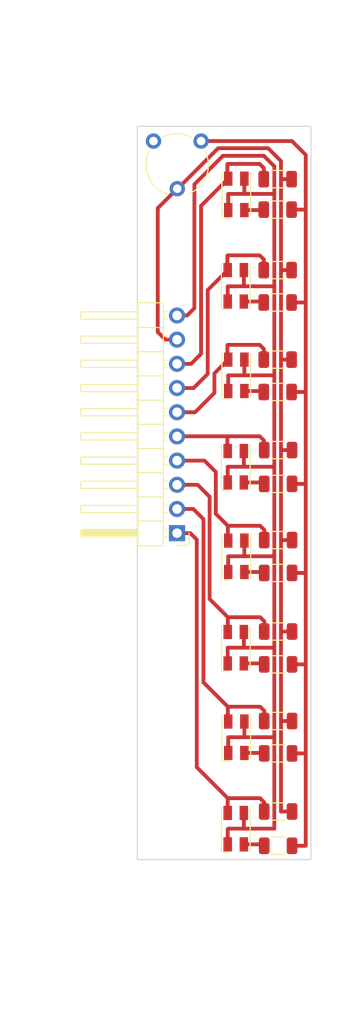
<source format=kicad_pcb>
(kicad_pcb (version 20221018) (generator pcbnew)
  (layers (0 "F.Cu" signal) (31 "B.Cu" signal) (34 "B.Paste" user) (35 "F.Paste" user) (36 "B.SilkS" user "B.Silkscreen") (37 "F.SilkS" user "F.Silkscreen") (38 "B.Mask" user) (39 "F.Mask" user) (44 "Edge.Cuts" user))
  (net 0 "")
  (footprint "Resistor_SMD:R_1206_3216Metric" (layer "F.Cu") (at 138.54 118.62)
    (fp_text reference "1K" hide)
    (fp_text value "R_1206_3216Metric")
    (fp_line (start -0.727064 -0.91) (end 0.727064 -0.91) (stroke (width 0.12)) (layer "F.SilkS"))
    (fp_line (start -0.727064 0.91) (end 0.727064 0.91) (stroke (width 0.12)) (layer "F.SilkS"))
    (pad "1" smd roundrect (at -1.4625 0) (size 1.125 1.75) (layers "F.Cu" "F.Paste" "F.Mask") (roundrect_rratio 0.222222))
    (pad "2" smd roundrect (at 1.4625 0) (size 1.125 1.75) (layers "F.Cu" "F.Paste" "F.Mask") (roundrect_rratio 0.222222))
  )
  (footprint "LED_SMD:LED_RGB_Wuerth-PLCC4_3.2x2.8mm_150141M173100" (layer "F.Cu") (at 134.14 78.92 90)
    (fp_text reference "REF**" hide)
    (fp_text value "LED_RGB_Wuerth-PLCC4_3.2x2.8mm_150141M173100")
    (fp_line (start -2.5 -1.51) (end 2.3 -1.51) (stroke (width 0.12)) (layer "F.SilkS"))
    (fp_line (start -2.5 -0.7) (end -2.5 -1.51) (stroke (width 0.12)) (layer "F.SilkS"))
    (fp_line (start -2.3 1.51) (end 2.3 1.51) (stroke (width 0.12)) (layer "F.SilkS"))
    (pad "1" smd rect (at 1.65 -0.85 90) (size 1.5 0.9) (layers "F.Cu" "F.Paste" "F.Mask"))
    (pad "2" smd rect (at 1.65 0.85 90) (size 1.5 0.9) (layers "F.Cu" "F.Paste" "F.Mask"))
    (pad "3" smd rect (at -1.65 -0.85 90) (size 1.5 0.9) (layers "F.Cu" "F.Paste" "F.Mask"))
    (pad "4" smd rect (at -1.65 0.85 90) (size 1.5 0.9) (layers "F.Cu" "F.Paste" "F.Mask"))
  )
  (footprint "Resistor_SMD:R_1206_3216Metric" (layer "F.Cu") (at 138.54 124.72)
    (fp_text reference "1K" hide)
    (fp_text value "R_1206_3216Metric")
    (fp_line (start -0.727064 -0.91) (end 0.727064 -0.91) (stroke (width 0.12)) (layer "F.SilkS"))
    (fp_line (start -0.727064 0.91) (end 0.727064 0.91) (stroke (width 0.12)) (layer "F.SilkS"))
    (pad "1" smd roundrect (at -1.4625 0) (size 1.125 1.75) (layers "F.Cu" "F.Paste" "F.Mask") (roundrect_rratio 0.222222))
    (pad "2" smd roundrect (at 1.4625 0) (size 1.125 1.75) (layers "F.Cu" "F.Paste" "F.Mask") (roundrect_rratio 0.222222))
  )
  (footprint "LED_SMD:LED_RGB_Wuerth-PLCC4_3.2x2.8mm_150141M173100" (layer "F.Cu") (at 134.09 126.52 90)
    (fp_text reference "REF**" hide)
    (fp_text value "LED_RGB_Wuerth-PLCC4_3.2x2.8mm_150141M173100")
    (fp_line (start -2.5 -1.51) (end 2.3 -1.51) (stroke (width 0.12)) (layer "F.SilkS"))
    (fp_line (start -2.5 -0.7) (end -2.5 -1.51) (stroke (width 0.12)) (layer "F.SilkS"))
    (fp_line (start -2.3 1.51) (end 2.3 1.51) (stroke (width 0.12)) (layer "F.SilkS"))
    (pad "1" smd rect (at 1.65 -0.85 90) (size 1.5 0.9) (layers "F.Cu" "F.Paste" "F.Mask"))
    (pad "2" smd rect (at 1.65 0.85 90) (size 1.5 0.9) (layers "F.Cu" "F.Paste" "F.Mask"))
    (pad "3" smd rect (at -1.65 -0.85 90) (size 1.5 0.9) (layers "F.Cu" "F.Paste" "F.Mask"))
    (pad "4" smd rect (at -1.65 0.85 90) (size 1.5 0.9) (layers "F.Cu" "F.Paste" "F.Mask"))
  )
  (footprint "Resistor_SMD:R_1206_3216Metric" (layer "F.Cu") (at 138.54 128.32)
    (fp_text reference "1K" hide)
    (fp_text value "R_1206_3216Metric")
    (fp_line (start -0.727064 -0.91) (end 0.727064 -0.91) (stroke (width 0.12)) (layer "F.SilkS"))
    (fp_line (start -0.727064 0.91) (end 0.727064 0.91) (stroke (width 0.12)) (layer "F.SilkS"))
    (pad "1" smd roundrect (at -1.4625 0) (size 1.125 1.75) (layers "F.Cu" "F.Paste" "F.Mask") (roundrect_rratio 0.222222))
    (pad "2" smd roundrect (at 1.4625 0) (size 1.125 1.75) (layers "F.Cu" "F.Paste" "F.Mask") (roundrect_rratio 0.222222))
  )
  (footprint "Potentiometer_THT:Potentiometer_Piher_PT-6-V_Vertical" (layer "F.Cu") (at 125.44 54.32 -90)
    (fp_text reference "REF**" hide)
    (fp_text value "Potentiometer_Piher_PT-6-V_Vertical")
    (fp_arc (start -0.413387 -1.014798) (mid -0.770114 -2.499325) (end -0.414 -3.984) (stroke (width 0.12)) (layer "F.SilkS"))
    (fp_arc (start 1.016032 -5.413829) (mid 3.725524 -5.531609) (end 5.592 -3.564) (stroke (width 0.12)) (layer "F.SilkS"))
    (fp_arc (start 2.556863 0.770075) (mid 1.764071 0.686696) (end 1.015 0.414) (stroke (width 0.12)) (layer "F.SilkS"))
    (fp_arc (start 5.591846 -1.435392) (mid 4.398899 0.162158) (end 2.5 0.77) (stroke (width 0.12)) (layer "F.SilkS"))
    (pad "1" thru_hole circle (at 0 0 270) (size 1.62 1.62) (drill 0.9) (layers "*.Cu" "*.Mask"))
    (pad "2" thru_hole circle (at 5 -2.5 270) (size 1.62 1.62) (drill 0.9) (layers "*.Cu" "*.Mask"))
    (pad "3" thru_hole circle (at 0 -5 270) (size 1.62 1.62) (drill 0.9) (layers "*.Cu" "*.Mask"))
  )
  (footprint "Resistor_SMD:R_1206_3216Metric" (layer "F.Cu") (at 138.49 71.27)
    (fp_text reference "1K" hide)
    (fp_text value "R_1206_3216Metric")
    (fp_line (start -0.727064 -0.91) (end 0.727064 -0.91) (stroke (width 0.12)) (layer "F.SilkS"))
    (fp_line (start -0.727064 0.91) (end 0.727064 0.91) (stroke (width 0.12)) (layer "F.SilkS"))
    (pad "1" smd roundrect (at -1.4625 0) (size 1.125 1.75) (layers "F.Cu" "F.Paste" "F.Mask") (roundrect_rratio 0.222222))
    (pad "2" smd roundrect (at 1.4625 0) (size 1.125 1.75) (layers "F.Cu" "F.Paste" "F.Mask") (roundrect_rratio 0.222222))
  )
  (footprint "LED_SMD:LED_RGB_Wuerth-PLCC4_3.2x2.8mm_150141M173100" (layer "F.Cu") (at 134.09 107.52 90)
    (fp_text reference "REF**" hide)
    (fp_text value "LED_RGB_Wuerth-PLCC4_3.2x2.8mm_150141M173100")
    (fp_line (start -2.5 -1.51) (end 2.3 -1.51) (stroke (width 0.12)) (layer "F.SilkS"))
    (fp_line (start -2.5 -0.7) (end -2.5 -1.51) (stroke (width 0.12)) (layer "F.SilkS"))
    (fp_line (start -2.3 1.51) (end 2.3 1.51) (stroke (width 0.12)) (layer "F.SilkS"))
    (pad "1" smd rect (at 1.65 -0.85 90) (size 1.5 0.9) (layers "F.Cu" "F.Paste" "F.Mask"))
    (pad "2" smd rect (at 1.65 0.85 90) (size 1.5 0.9) (layers "F.Cu" "F.Paste" "F.Mask"))
    (pad "3" smd rect (at -1.65 -0.85 90) (size 1.5 0.9) (layers "F.Cu" "F.Paste" "F.Mask"))
    (pad "4" smd rect (at -1.65 0.85 90) (size 1.5 0.9) (layers "F.Cu" "F.Paste" "F.Mask"))
  )
  (footprint "Connector_PinHeader_2.54mm:PinHeader_1x10_P2.54mm_Horizontal" (layer "F.Cu") (at 127.915 95.495 180)
    (fp_text reference "REF**" hide)
    (fp_text value "PinHeader_1x10_P2.54mm_Horizontal")
    (fp_line (start -1.27 -1.27) (end 0 -1.27) (stroke (width 0.12)) (layer "F.SilkS"))
    (fp_line (start -1.27 0) (end -1.27 -1.27) (stroke (width 0.12)) (layer "F.SilkS"))
    (fp_line (start 1.042929 2.16) (end 1.44 2.16) (stroke (width 0.12)) (layer "F.SilkS"))
    (fp_line (start 1.042929 2.92) (end 1.44 2.92) (stroke (width 0.12)) (layer "F.SilkS"))
    (fp_line (start 1.042929 4.7) (end 1.44 4.7) (stroke (width 0.12)) (layer "F.SilkS"))
    (fp_line (start 1.042929 5.46) (end 1.44 5.46) (stroke (width 0.12)) (layer "F.SilkS"))
    (fp_line (start 1.042929 7.24) (end 1.44 7.24) (stroke (width 0.12)) (layer "F.SilkS"))
    (fp_line (start 1.042929 8) (end 1.44 8) (stroke (width 0.12)) (layer "F.SilkS"))
    (fp_line (start 1.042929 9.78) (end 1.44 9.78) (stroke (width 0.12)) (layer "F.SilkS"))
    (fp_line (start 1.042929 10.54) (end 1.44 10.54) (stroke (width 0.12)) (layer "F.SilkS"))
    (fp_line (start 1.042929 12.32) (end 1.44 12.32) (stroke (width 0.12)) (layer "F.SilkS"))
    (fp_line (start 1.042929 13.08) (end 1.44 13.08) (stroke (width 0.12)) (layer "F.SilkS"))
    (fp_line (start 1.042929 14.86) (end 1.44 14.86) (stroke (width 0.12)) (layer "F.SilkS"))
    (fp_line (start 1.042929 15.62) (end 1.44 15.62) (stroke (width 0.12)) (layer "F.SilkS"))
    (fp_line (start 1.042929 17.4) (end 1.44 17.4) (stroke (width 0.12)) (layer "F.SilkS"))
    (fp_line (start 1.042929 18.16) (end 1.44 18.16) (stroke (width 0.12)) (layer "F.SilkS"))
    (fp_line (start 1.042929 19.94) (end 1.44 19.94) (stroke (width 0.12)) (layer "F.SilkS"))
    (fp_line (start 1.042929 20.7) (end 1.44 20.7) (stroke (width 0.12)) (layer "F.SilkS"))
    (fp_line (start 1.042929 22.48) (end 1.44 22.48) (stroke (width 0.12)) (layer "F.SilkS"))
    (fp_line (start 1.042929 23.24) (end 1.44 23.24) (stroke (width 0.12)) (layer "F.SilkS"))
    (fp_line (start 1.11 -0.38) (end 1.44 -0.38) (stroke (width 0.12)) (layer "F.SilkS"))
    (fp_line (start 1.11 0.38) (end 1.44 0.38) (stroke (width 0.12)) (layer "F.SilkS"))
    (fp_line (start 1.44 -1.33) (end 1.44 24.19) (stroke (width 0.12)) (layer "F.SilkS"))
    (fp_line (start 1.44 1.27) (end 4.1 1.27) (stroke (width 0.12)) (layer "F.SilkS"))
    (fp_line (start 1.44 3.81) (end 4.1 3.81) (stroke (width 0.12)) (layer "F.SilkS"))
    (fp_line (start 1.44 6.35) (end 4.1 6.35) (stroke (width 0.12)) (layer "F.SilkS"))
    (fp_line (start 1.44 8.89) (end 4.1 8.89) (stroke (width 0.12)) (layer "F.SilkS"))
    (fp_line (start 1.44 11.43) (end 4.1 11.43) (stroke (width 0.12)) (layer "F.SilkS"))
    (fp_line (start 1.44 13.97) (end 4.1 13.97) (stroke (width 0.12)) (layer "F.SilkS"))
    (fp_line (start 1.44 16.51) (end 4.1 16.51) (stroke (width 0.12)) (layer "F.SilkS"))
    (fp_line (start 1.44 19.05) (end 4.1 19.05) (stroke (width 0.12)) (layer "F.SilkS"))
    (fp_line (start 1.44 21.59) (end 4.1 21.59) (stroke (width 0.12)) (layer "F.SilkS"))
    (fp_line (start 1.44 24.19) (end 4.1 24.19) (stroke (width 0.12)) (layer "F.SilkS"))
    (fp_line (start 4.1 -1.33) (end 1.44 -1.33) (stroke (width 0.12)) (layer "F.SilkS"))
    (fp_line (start 4.1 -0.38) (end 10.1 -0.38) (stroke (width 0.12)) (layer "F.SilkS"))
    (fp_line (start 4.1 -0.32) (end 10.1 -0.32) (stroke (width 0.12)) (layer "F.SilkS"))
    (fp_line (start 4.1 -0.2) (end 10.1 -0.2) (stroke (width 0.12)) (layer "F.SilkS"))
    (fp_line (start 4.1 -0.08) (end 10.1 -0.08) (stroke (width 0.12)) (layer "F.SilkS"))
    (fp_line (start 4.1 0.04) (end 10.1 0.04) (stroke (width 0.12)) (layer "F.SilkS"))
    (fp_line (start 4.1 0.16) (end 10.1 0.16) (stroke (width 0.12)) (layer "F.SilkS"))
    (fp_line (start 4.1 0.28) (end 10.1 0.28) (stroke (width 0.12)) (layer "F.SilkS"))
    (fp_line (start 4.1 2.16) (end 10.1 2.16) (stroke (width 0.12)) (layer "F.SilkS"))
    (fp_line (start 4.1 4.7) (end 10.1 4.7) (stroke (width 0.12)) (layer "F.SilkS"))
    (fp_line (start 4.1 7.24) (end 10.1 7.24) (stroke (width 0.12)) (layer "F.SilkS"))
    (fp_line (start 4.1 9.78) (end 10.1 9.78) (stroke (width 0.12)) (layer "F.SilkS"))
    (fp_line (start 4.1 12.32) (end 10.1 12.32) (stroke (width 0.12)) (layer "F.SilkS"))
    (fp_line (start 4.1 14.86) (end 10.1 14.86) (stroke (width 0.12)) (layer "F.SilkS"))
    (fp_line (start 4.1 17.4) (end 10.1 17.4) (stroke (width 0.12)) (layer "F.SilkS"))
    (fp_line (start 4.1 19.94) (end 10.1 19.94) (stroke (width 0.12)) (layer "F.SilkS"))
    (fp_line (start 4.1 22.48) (end 10.1 22.48) (stroke (width 0.12)) (layer "F.SilkS"))
    (fp_line (start 4.1 24.19) (end 4.1 -1.33) (stroke (width 0.12)) (layer "F.SilkS"))
    (fp_line (start 10.1 -0.38) (end 10.1 0.38) (stroke (width 0.12)) (layer "F.SilkS"))
    (fp_line (start 10.1 0.38) (end 4.1 0.38) (stroke (width 0.12)) (layer "F.SilkS"))
    (fp_line (start 10.1 2.16) (end 10.1 2.92) (stroke (width 0.12)) (layer "F.SilkS"))
    (fp_line (start 10.1 2.92) (end 4.1 2.92) (stroke (width 0.12)) (layer "F.SilkS"))
    (fp_line (start 10.1 4.7) (end 10.1 5.46) (stroke (width 0.12)) (layer "F.SilkS"))
    (fp_line (start 10.1 5.46) (end 4.1 5.46) (stroke (width 0.12)) (layer "F.SilkS"))
    (fp_line (start 10.1 7.24) (end 10.1 8) (stroke (width 0.12)) (layer "F.SilkS"))
    (fp_line (start 10.1 8) (end 4.1 8) (stroke (width 0.12)) (layer "F.SilkS"))
    (fp_line (start 10.1 9.78) (end 10.1 10.54) (stroke (width 0.12)) (layer "F.SilkS"))
    (fp_line (start 10.1 10.54) (end 4.1 10.54) (stroke (width 0.12)) (layer "F.SilkS"))
    (fp_line (start 10.1 12.32) (end 10.1 13.08) (stroke (width 0.12)) (layer "F.SilkS"))
    (fp_line (start 10.1 13.08) (end 4.1 13.08) (stroke (width 0.12)) (layer "F.SilkS"))
    (fp_line (start 10.1 14.86) (end 10.1 15.62) (stroke (width 0.12)) (layer "F.SilkS"))
    (fp_line (start 10.1 15.62) (end 4.1 15.62) (stroke (width 0.12)) (layer "F.SilkS"))
    (fp_line (start 10.1 17.4) (end 10.1 18.16) (stroke (width 0.12)) (layer "F.SilkS"))
    (fp_line (start 10.1 18.16) (end 4.1 18.16) (stroke (width 0.12)) (layer "F.SilkS"))
    (fp_line (start 10.1 19.94) (end 10.1 20.7) (stroke (width 0.12)) (layer "F.SilkS"))
    (fp_line (start 10.1 20.7) (end 4.1 20.7) (stroke (width 0.12)) (layer "F.SilkS"))
    (fp_line (start 10.1 22.48) (end 10.1 23.24) (stroke (width 0.12)) (layer "F.SilkS"))
    (fp_line (start 10.1 23.24) (end 4.1 23.24) (stroke (width 0.12)) (layer "F.SilkS"))
    (pad "1" thru_hole rect (at 0 0 180) (size 1.7 1.7) (drill 1) (layers "*.Cu" "*.Mask"))
    (pad "2" thru_hole oval (at 0 2.54 180) (size 1.7 1.7) (drill 1) (layers "*.Cu" "*.Mask"))
    (pad "3" thru_hole oval (at 0 5.08 180) (size 1.7 1.7) (drill 1) (layers "*.Cu" "*.Mask"))
    (pad "4" thru_hole oval (at 0 7.62 180) (size 1.7 1.7) (drill 1) (layers "*.Cu" "*.Mask"))
    (pad "5" thru_hole oval (at 0 10.16 180) (size 1.7 1.7) (drill 1) (layers "*.Cu" "*.Mask"))
    (pad "6" thru_hole oval (at 0 12.7 180) (size 1.7 1.7) (drill 1) (layers "*.Cu" "*.Mask"))
    (pad "7" thru_hole oval (at 0 15.24 180) (size 1.7 1.7) (drill 1) (layers "*.Cu" "*.Mask"))
    (pad "8" thru_hole oval (at 0 17.78 180) (size 1.7 1.7) (drill 1) (layers "*.Cu" "*.Mask"))
    (pad "9" thru_hole oval (at 0 20.32 180) (size 1.7 1.7) (drill 1) (layers "*.Cu" "*.Mask"))
    (pad "10" thru_hole oval (at 0 22.86 180) (size 1.7 1.7) (drill 1) (layers "*.Cu" "*.Mask"))
  )
  (footprint "Resistor_SMD:R_1206_3216Metric" (layer "F.Cu") (at 138.54 86.77)
    (fp_text reference "1K" hide)
    (fp_text value "R_1206_3216Metric")
    (fp_line (start -0.727064 -0.91) (end 0.727064 -0.91) (stroke (width 0.12)) (layer "F.SilkS"))
    (fp_line (start -0.727064 0.91) (end 0.727064 0.91) (stroke (width 0.12)) (layer "F.SilkS"))
    (pad "1" smd roundrect (at -1.4625 0) (size 1.125 1.75) (layers "F.Cu" "F.Paste" "F.Mask") (roundrect_rratio 0.222222))
    (pad "2" smd roundrect (at 1.4625 0) (size 1.125 1.75) (layers "F.Cu" "F.Paste" "F.Mask") (roundrect_rratio 0.222222))
  )
  (footprint "Resistor_SMD:R_1206_3216Metric" (layer "F.Cu") (at 138.49 61.52)
    (fp_text reference "1K" hide)
    (fp_text value "R_1206_3216Metric")
    (fp_line (start -0.727064 -0.91) (end 0.727064 -0.91) (stroke (width 0.12)) (layer "F.SilkS"))
    (fp_line (start -0.727064 0.91) (end 0.727064 0.91) (stroke (width 0.12)) (layer "F.SilkS"))
    (pad "1" smd roundrect (at -1.4625 0) (size 1.125 1.75) (layers "F.Cu" "F.Paste" "F.Mask") (roundrect_rratio 0.222222))
    (pad "2" smd roundrect (at 1.4625 0) (size 1.125 1.75) (layers "F.Cu" "F.Paste" "F.Mask") (roundrect_rratio 0.222222))
  )
  (footprint "Resistor_SMD:R_1206_3216Metric" (layer "F.Cu") (at 138.49 58.32)
    (fp_text reference "1K" hide)
    (fp_text value "R_1206_3216Metric")
    (fp_line (start -0.727064 -0.91) (end 0.727064 -0.91) (stroke (width 0.12)) (layer "F.SilkS"))
    (fp_line (start -0.727064 0.91) (end 0.727064 0.91) (stroke (width 0.12)) (layer "F.SilkS"))
    (pad "1" smd roundrect (at -1.4625 0) (size 1.125 1.75) (layers "F.Cu" "F.Paste" "F.Mask") (roundrect_rratio 0.222222))
    (pad "2" smd roundrect (at 1.4625 0) (size 1.125 1.75) (layers "F.Cu" "F.Paste" "F.Mask") (roundrect_rratio 0.222222))
  )
  (footprint "LED_SMD:LED_RGB_Wuerth-PLCC4_3.2x2.8mm_150141M173100" (layer "F.Cu") (at 134.14 59.92 90)
    (fp_text reference "REF**" hide)
    (fp_text value "LED_RGB_Wuerth-PLCC4_3.2x2.8mm_150141M173100")
    (fp_line (start -2.5 -1.51) (end 2.3 -1.51) (stroke (width 0.12)) (layer "F.SilkS"))
    (fp_line (start -2.5 -0.7) (end -2.5 -1.51) (stroke (width 0.12)) (layer "F.SilkS"))
    (fp_line (start -2.3 1.51) (end 2.3 1.51) (stroke (width 0.12)) (layer "F.SilkS"))
    (pad "1" smd rect (at 1.65 -0.85 90) (size 1.5 0.9) (layers "F.Cu" "F.Paste" "F.Mask"))
    (pad "2" smd rect (at 1.65 0.85 90) (size 1.5 0.9) (layers "F.Cu" "F.Paste" "F.Mask"))
    (pad "3" smd rect (at -1.65 -0.85 90) (size 1.5 0.9) (layers "F.Cu" "F.Paste" "F.Mask"))
    (pad "4" smd rect (at -1.65 0.85 90) (size 1.5 0.9) (layers "F.Cu" "F.Paste" "F.Mask"))
  )
  (footprint "LED_SMD:LED_RGB_Wuerth-PLCC4_3.2x2.8mm_150141M173100" (layer "F.Cu") (at 134.14 116.92 90)
    (fp_text reference "REF**" hide)
    (fp_text value "LED_RGB_Wuerth-PLCC4_3.2x2.8mm_150141M173100")
    (fp_line (start -2.5 -1.51) (end 2.3 -1.51) (stroke (width 0.12)) (layer "F.SilkS"))
    (fp_line (start -2.5 -0.7) (end -2.5 -1.51) (stroke (width 0.12)) (layer "F.SilkS"))
    (fp_line (start -2.3 1.51) (end 2.3 1.51) (stroke (width 0.12)) (layer "F.SilkS"))
    (pad "1" smd rect (at 1.65 -0.85 90) (size 1.5 0.9) (layers "F.Cu" "F.Paste" "F.Mask"))
    (pad "2" smd rect (at 1.65 0.85 90) (size 1.5 0.9) (layers "F.Cu" "F.Paste" "F.Mask"))
    (pad "3" smd rect (at -1.65 -0.85 90) (size 1.5 0.9) (layers "F.Cu" "F.Paste" "F.Mask"))
    (pad "4" smd rect (at -1.65 0.85 90) (size 1.5 0.9) (layers "F.Cu" "F.Paste" "F.Mask"))
  )
  (footprint "Resistor_SMD:R_1206_3216Metric" (layer "F.Cu") (at 138.54 96.22)
    (fp_text reference "1K" hide)
    (fp_text value "R_1206_3216Metric")
    (fp_line (start -0.727064 -0.91) (end 0.727064 -0.91) (stroke (width 0.12)) (layer "F.SilkS"))
    (fp_line (start -0.727064 0.91) (end 0.727064 0.91) (stroke (width 0.12)) (layer "F.SilkS"))
    (pad "1" smd roundrect (at -1.4625 0) (size 1.125 1.75) (layers "F.Cu" "F.Paste" "F.Mask") (roundrect_rratio 0.222222))
    (pad "2" smd roundrect (at 1.4625 0) (size 1.125 1.75) (layers "F.Cu" "F.Paste" "F.Mask") (roundrect_rratio 0.222222))
  )
  (footprint "Resistor_SMD:R_1206_3216Metric" (layer "F.Cu") (at 138.49 77.27)
    (fp_text reference "1K" hide)
    (fp_text value "R_1206_3216Metric")
    (fp_line (start -0.727064 -0.91) (end 0.727064 -0.91) (stroke (width 0.12)) (layer "F.SilkS"))
    (fp_line (start -0.727064 0.91) (end 0.727064 0.91) (stroke (width 0.12)) (layer "F.SilkS"))
    (pad "1" smd roundrect (at -1.4625 0) (size 1.125 1.75) (layers "F.Cu" "F.Paste" "F.Mask") (roundrect_rratio 0.222222))
    (pad "2" smd roundrect (at 1.4625 0) (size 1.125 1.75) (layers "F.Cu" "F.Paste" "F.Mask") (roundrect_rratio 0.222222))
  )
  (footprint "Resistor_SMD:R_1206_3216Metric" (layer "F.Cu") (at 138.54 105.82)
    (fp_text reference "1K" hide)
    (fp_text value "R_1206_3216Metric")
    (fp_line (start -0.727064 -0.91) (end 0.727064 -0.91) (stroke (width 0.12)) (layer "F.SilkS"))
    (fp_line (start -0.727064 0.91) (end 0.727064 0.91) (stroke (width 0.12)) (layer "F.SilkS"))
    (pad "1" smd roundrect (at -1.4625 0) (size 1.125 1.75) (layers "F.Cu" "F.Paste" "F.Mask") (roundrect_rratio 0.222222))
    (pad "2" smd roundrect (at 1.4625 0) (size 1.125 1.75) (layers "F.Cu" "F.Paste" "F.Mask") (roundrect_rratio 0.222222))
  )
  (footprint "Resistor_SMD:R_1206_3216Metric" (layer "F.Cu") (at 138.54 109.27)
    (fp_text reference "1K" hide)
    (fp_text value "R_1206_3216Metric")
    (fp_line (start -0.727064 -0.91) (end 0.727064 -0.91) (stroke (width 0.12)) (layer "F.SilkS"))
    (fp_line (start -0.727064 0.91) (end 0.727064 0.91) (stroke (width 0.12)) (layer "F.SilkS"))
    (pad "1" smd roundrect (at -1.4625 0) (size 1.125 1.75) (layers "F.Cu" "F.Paste" "F.Mask") (roundrect_rratio 0.222222))
    (pad "2" smd roundrect (at 1.4625 0) (size 1.125 1.75) (layers "F.Cu" "F.Paste" "F.Mask") (roundrect_rratio 0.222222))
  )
  (footprint "LED_SMD:LED_RGB_Wuerth-PLCC4_3.2x2.8mm_150141M173100" (layer "F.Cu") (at 134.14 97.92 90)
    (fp_text reference "REF**" hide)
    (fp_text value "LED_RGB_Wuerth-PLCC4_3.2x2.8mm_150141M173100")
    (fp_line (start -2.5 -1.51) (end 2.3 -1.51) (stroke (width 0.12)) (layer "F.SilkS"))
    (fp_line (start -2.5 -0.7) (end -2.5 -1.51) (stroke (width 0.12)) (layer "F.SilkS"))
    (fp_line (start -2.3 1.51) (end 2.3 1.51) (stroke (width 0.12)) (layer "F.SilkS"))
    (pad "1" smd rect (at 1.65 -0.85 90) (size 1.5 0.9) (layers "F.Cu" "F.Paste" "F.Mask"))
    (pad "2" smd rect (at 1.65 0.85 90) (size 1.5 0.9) (layers "F.Cu" "F.Paste" "F.Mask"))
    (pad "3" smd rect (at -1.65 -0.85 90) (size 1.5 0.9) (layers "F.Cu" "F.Paste" "F.Mask"))
    (pad "4" smd rect (at -1.65 0.85 90) (size 1.5 0.9) (layers "F.Cu" "F.Paste" "F.Mask"))
  )
  (footprint "LED_SMD:LED_RGB_Wuerth-PLCC4_3.2x2.8mm_150141M173100" (layer "F.Cu") (at 134.09 88.52 90)
    (fp_text reference "REF**" hide)
    (fp_text value "LED_RGB_Wuerth-PLCC4_3.2x2.8mm_150141M173100")
    (fp_line (start -2.5 -1.51) (end 2.3 -1.51) (stroke (width 0.12)) (layer "F.SilkS"))
    (fp_line (start -2.5 -0.7) (end -2.5 -1.51) (stroke (width 0.12)) (layer "F.SilkS"))
    (fp_line (start -2.3 1.51) (end 2.3 1.51) (stroke (width 0.12)) (layer "F.SilkS"))
    (pad "1" smd rect (at 1.65 -0.85 90) (size 1.5 0.9) (layers "F.Cu" "F.Paste" "F.Mask"))
    (pad "2" smd rect (at 1.65 0.85 90) (size 1.5 0.9) (layers "F.Cu" "F.Paste" "F.Mask"))
    (pad "3" smd rect (at -1.65 -0.85 90) (size 1.5 0.9) (layers "F.Cu" "F.Paste" "F.Mask"))
    (pad "4" smd rect (at -1.65 0.85 90) (size 1.5 0.9) (layers "F.Cu" "F.Paste" "F.Mask"))
  )
  (footprint "Resistor_SMD:R_1206_3216Metric" (layer "F.Cu") (at 138.54 90.32)
    (fp_text reference "1K" hide)
    (fp_text value "R_1206_3216Metric")
    (fp_line (start -0.727064 -0.91) (end 0.727064 -0.91) (stroke (width 0.12)) (layer "F.SilkS"))
    (fp_line (start -0.727064 0.91) (end 0.727064 0.91) (stroke (width 0.12)) (layer "F.SilkS"))
    (pad "1" smd roundrect (at -1.4625 0) (size 1.125 1.75) (layers "F.Cu" "F.Paste" "F.Mask") (roundrect_rratio 0.222222))
    (pad "2" smd roundrect (at 1.4625 0) (size 1.125 1.75) (layers "F.Cu" "F.Paste" "F.Mask") (roundrect_rratio 0.222222))
  )
  (footprint "Resistor_SMD:R_1206_3216Metric" (layer "F.Cu") (at 138.49 67.87)
    (fp_text reference "1K" hide)
    (fp_text value "R_1206_3216Metric")
    (fp_line (start -0.727064 -0.91) (end 0.727064 -0.91) (stroke (width 0.12)) (layer "F.SilkS"))
    (fp_line (start -0.727064 0.91) (end 0.727064 0.91) (stroke (width 0.12)) (layer "F.SilkS"))
    (pad "1" smd roundrect (at -1.4625 0) (size 1.125 1.75) (layers "F.Cu" "F.Paste" "F.Mask") (roundrect_rratio 0.222222))
    (pad "2" smd roundrect (at 1.4625 0) (size 1.125 1.75) (layers "F.Cu" "F.Paste" "F.Mask") (roundrect_rratio 0.222222))
  )
  (footprint "Resistor_SMD:R_1206_3216Metric" (layer "F.Cu") (at 138.54 99.67)
    (fp_text reference "1K" hide)
    (fp_text value "R_1206_3216Metric")
    (fp_line (start -0.727064 -0.91) (end 0.727064 -0.91) (stroke (width 0.12)) (layer "F.SilkS"))
    (fp_line (start -0.727064 0.91) (end 0.727064 0.91) (stroke (width 0.12)) (layer "F.SilkS"))
    (pad "1" smd roundrect (at -1.4625 0) (size 1.125 1.75) (layers "F.Cu" "F.Paste" "F.Mask") (roundrect_rratio 0.222222))
    (pad "2" smd roundrect (at 1.4625 0) (size 1.125 1.75) (layers "F.Cu" "F.Paste" "F.Mask") (roundrect_rratio 0.222222))
  )
  (footprint "LED_SMD:LED_RGB_Wuerth-PLCC4_3.2x2.8mm_150141M173100" (layer "F.Cu") (at 134.09 69.52 90)
    (fp_text reference "REF**" hide)
    (fp_text value "LED_RGB_Wuerth-PLCC4_3.2x2.8mm_150141M173100")
    (fp_line (start -2.5 -1.51) (end 2.3 -1.51) (stroke (width 0.12)) (layer "F.SilkS"))
    (fp_line (start -2.5 -0.7) (end -2.5 -1.51) (stroke (width 0.12)) (layer "F.SilkS"))
    (fp_line (start -2.3 1.51) (end 2.3 1.51) (stroke (width 0.12)) (layer "F.SilkS"))
    (pad "1" smd rect (at 1.65 -0.85 90) (size 1.5 0.9) (layers "F.Cu" "F.Paste" "F.Mask"))
    (pad "2" smd rect (at 1.65 0.85 90) (size 1.5 0.9) (layers "F.Cu" "F.Paste" "F.Mask"))
    (pad "3" smd rect (at -1.65 -0.85 90) (size 1.5 0.9) (layers "F.Cu" "F.Paste" "F.Mask"))
    (pad "4" smd rect (at -1.65 0.85 90) (size 1.5 0.9) (layers "F.Cu" "F.Paste" "F.Mask"))
  )
  (footprint "Resistor_SMD:R_1206_3216Metric" (layer "F.Cu") (at 138.54 115.22)
    (fp_text reference "1K" hide)
    (fp_text value "R_1206_3216Metric")
    (fp_line (start -0.727064 -0.91) (end 0.727064 -0.91) (stroke (width 0.12)) (layer "F.SilkS"))
    (fp_line (start -0.727064 0.91) (end 0.727064 0.91) (stroke (width 0.12)) (layer "F.SilkS"))
    (pad "1" smd roundrect (at -1.4625 0) (size 1.125 1.75) (layers "F.Cu" "F.Paste" "F.Mask") (roundrect_rratio 0.222222))
    (pad "2" smd roundrect (at 1.4625 0) (size 1.125 1.75) (layers "F.Cu" "F.Paste" "F.Mask") (roundrect_rratio 0.222222))
  )
  (footprint "Resistor_SMD:R_1206_3216Metric" (layer "F.Cu") (at 138.49 80.67)
    (fp_text reference "1K" hide)
    (fp_text value "R_1206_3216Metric")
    (fp_line (start -0.727064 -0.91) (end 0.727064 -0.91) (stroke (width 0.12)) (layer "F.SilkS"))
    (fp_line (start -0.727064 0.91) (end 0.727064 0.91) (stroke (width 0.12)) (layer "F.SilkS"))
    (pad "1" smd roundrect (at -1.4625 0) (size 1.125 1.75) (layers "F.Cu" "F.Paste" "F.Mask") (roundrect_rratio 0.222222))
    (pad "2" smd roundrect (at 1.4625 0) (size 1.125 1.75) (layers "F.Cu" "F.Paste" "F.Mask") (roundrect_rratio 0.222222))
  )
  (gr_rect (start 123.74 52.77) (end 141.99 129.77) (stroke (width 0.1)) (fill none) (layer "Edge.Cuts"))
  (segment (start 133.2025 75.7575) (end 133.2025 77.27) (width 0.4) (layer "F.Cu") (net 0))
  (segment (start 133.24 66.32) (end 133.2025 66.3575) (width 0.4) (layer "F.Cu") (net 0))
  (segment (start 133.2025 56.7575) (end 133.2025 58.27) (width 0.4) (layer "F.Cu") (net 0))
  (segment (start 133.24 123.32) (end 129.99 120.07) (width 0.4) (layer "F.Cu") (net 0))
  (segment (start 135.04 97.92) (end 133.29 97.92) (width 0.4) (layer "F.Cu") (net 0))
  (segment (start 129.315 95.495) (end 127.915 95.495) (width 0.4) (layer "F.Cu") (net 0))
  (segment (start 138.84 96.22) (end 138.84 86.77) (width 0.4) (layer "F.Cu") (net 0))
  (segment (start 133.24 88.52) (end 133.24 90.17) (width 0.4) (layer "F.Cu") (net 0))
  (segment (start 131.14 69.97) (end 131.14 78.77) (width 0.4) (layer "F.Cu") (net 0))
  (segment (start 137.04 58.47) (end 137.04 57.1575) (width 0.4) (layer "F.Cu") (net 0))
  (segment (start 138.14 59.87) (end 135.34 59.87) (width 0.4) (layer "F.Cu") (net 0))
  (segment (start 137.09 95.1575) (end 136.6525 94.72) (width 0.4) (layer "F.Cu") (net 0))
  (segment (start 133.24 126.57) (end 133.24 128.17) (width 0.4) (layer "F.Cu") (net 0))
  (segment (start 127.99 59.32) (end 127.94 59.32) (width 0.4) (layer "F.Cu") (net 0))
  (segment (start 140.0025 118.62) (end 141.39 118.62) (width 0.4) (layer "F.Cu") (net 0))
  (segment (start 140.0025 90.32) (end 141.34 90.32) (width 0.4) (layer "F.Cu") (net 0))
  (segment (start 129.625 92.955) (end 127.915 92.955) (width 0.4) (layer "F.Cu") (net 0))
  (segment (start 134.94 105.87) (end 134.94 107.47) (width 0.4) (layer "F.Cu") (net 0))
  (segment (start 133.2525 104.32) (end 131.34 102.4075) (width 0.4) (layer "F.Cu") (net 0))
  (segment (start 141.39 99.67) (end 141.44 99.72) (width 0.4) (layer "F.Cu") (net 0))
  (segment (start 133.29 77.27) (end 131.84 78.72) (width 0.4) (layer "F.Cu") (net 0))
  (segment (start 128.975 72.635) (end 127.915 72.635) (width 0.4) (layer "F.Cu") (net 0))
  (segment (start 136.9275 71.17) (end 134.9025 71.17) (width 0.4) (layer "F.Cu") (net 0))
  (segment (start 137.04 76.1575) (end 136.6025 75.72) (width 0.4) (layer "F.Cu") (net 0))
  (segment (start 140.0025 115.22) (end 138.84 115.22) (width 0.4) (layer "F.Cu") (net 0))
  (segment (start 127.915 75.175) (end 126.695 75.175) (width 0.4) (layer "F.Cu") (net 0))
  (segment (start 138.14 107.52) (end 138.14 97.87) (width 0.4) (layer "F.Cu") (net 0))
  (segment (start 133.24 69.57) (end 134.94 69.57) (width 0.4) (layer "F.Cu") (net 0))
  (segment (start 134.94 107.47) (end 134.99 107.52) (width 0.4) (layer "F.Cu") (net 0))
  (segment (start 129.74 58.87) (end 129.74 71.87) (width 0.4) (layer "F.Cu") (net 0))
  (segment (start 138.84 58.32) (end 139.9525 58.32) (width 0.4) (layer "F.Cu") (net 0))
  (segment (start 136.84 109.17) (end 134.9525 109.17) (width 0.4) (layer "F.Cu") (net 0))
  (segment (start 141.44 80.67) (end 141.44 90.42) (width 0.4) (layer "F.Cu") (net 0))
  (segment (start 134.99 116.92) (end 138.14 116.92) (width 0.4) (layer "F.Cu") (net 0))
  (segment (start 134.94 67.87) (end 134.94 69.57) (width 0.4) (layer "F.Cu") (net 0))
  (segment (start 137.04 89.92) (end 136.79 90.17) (width 0.4) (layer "F.Cu") (net 0))
  (segment (start 133.29 59.87) (end 133.29 61.57) (width 0.4) (layer "F.Cu") (net 0))
  (segment (start 140.0025 96.22) (end 138.84 96.22) (width 0.4) (layer "F.Cu") (net 0))
  (segment (start 137.09 99.32) (end 136.84 99.57) (width 0.4) (layer "F.Cu") (net 0))
  (segment (start 138.84 77.27) (end 138.84 67.87) (width 0.4) (layer "F.Cu") (net 0))
  (segment (start 137.09 118.32) (end 136.84 118.57) (width 0.4) (layer "F.Cu") (net 0))
  (segment (start 140.0025 109.27) (end 141.44 109.27) (width 0.4) (layer "F.Cu") (net 0))
  (segment (start 137.04 66.7575) (end 136.6025 66.32) (width 0.4) (layer "F.Cu") (net 0))
  (segment (start 134.99 59.87) (end 134.99 59.02) (width 0.4) (layer "F.Cu") (net 0))
  (segment (start 139.9525 80.67) (end 141.44 80.67) (width 0.4) (layer "F.Cu") (net 0))
  (segment (start 137.0775 128.32) (end 136.9275 128.17) (width 0.4) (layer "F.Cu") (net 0))
  (segment (start 138.09 97.92) (end 138.14 97.87) (width 0.4) (layer "F.Cu") (net 0))
  (segment (start 138.84 58.32) (end 138.84 56.42) (width 0.4) (layer "F.Cu") (net 0))
  (segment (start 129.74 71.87) (end 128.975 72.635) (width 0.4) (layer "F.Cu") (net 0))
  (segment (start 138.89 105.82) (end 138.84 105.77) (width 0.4) (layer "F.Cu") (net 0))
  (segment (start 127.93 85.32) (end 127.915 85.335) (width 0.4) (layer "F.Cu") (net 0))
  (segment (start 136.79 90.17) (end 134.9025 90.17) (width 0.4) (layer "F.Cu") (net 0))
  (segment (start 138.14 88.47) (end 138.14 78.82) (width 0.4) (layer "F.Cu") (net 0))
  (segment (start 141.44 55.77) (end 139.99 54.32) (width 0.4) (layer "F.Cu") (net 0))
  (segment (start 133.24 71.17) (end 133.24 69.57) (width 0.4) (layer "F.Cu") (net 0))
  (segment (start 129.99 96.17) (end 129.315 95.495) (width 0.4) (layer "F.Cu") (net 0))
  (segment (start 141.39 71.27) (end 141.44 71.32) (width 0.4) (layer "F.Cu") (net 0))
  (segment (start 141.44 90.42) (end 141.44 99.72) (width 0.4) (layer "F.Cu") (net 0))
  (segment (start 131.84 80.77) (end 129.815 82.795) (width 0.4) (layer "F.Cu") (net 0))
  (segment (start 141.39 118.62) (end 141.44 118.57) (width 0.4) (layer "F.Cu") (net 0))
  (segment (start 137.04 57.1575) (end 136.6025 56.72) (width 0.4) (layer "F.Cu") (net 0))
  (segment (start 138.14 126.52) (end 138.14 116.92) (width 0.4) (layer "F.Cu") (net 0))
  (segment (start 136.6525 113.72) (end 133.2525 113.72) (width 0.4) (layer "F.Cu") (net 0))
  (segment (start 138.84 124.72) (end 138.84 115.22) (width 0.4) (layer "F.Cu") (net 0))
  (segment (start 139.99 54.32) (end 130.44 54.32) (width 0.4) (layer "F.Cu") (net 0))
  (segment (start 130.69 111.1575) (end 130.69 94.02) (width 0.4) (layer "F.Cu") (net 0))
  (segment (start 136.6025 85.32) (end 133.24 85.32) (width 0.4) (layer "F.Cu") (net 0))
  (segment (start 135.34 59.87) (end 134.99 59.87) (width 0.4) (layer "F.Cu") (net 0))
  (segment (start 134.99 116.92) (end 133.29 116.92) (width 0.4) (layer "F.Cu") (net 0))
  (segment (start 138.14 78.82) (end 138.14 69.57) (width 0.4) (layer "F.Cu") (net 0))
  (segment (start 133.29 126.52) (end 133.24 126.57) (width 0.4) (layer "F.Cu") (net 0))
  (segment (start 141.44 61.52) (end 141.44 71.32) (width 0.4) (layer "F.Cu") (net 0))
  (segment (start 140.0025 99.67) (end 141.39 99.67) (width 0.4) (layer "F.Cu") (net 0))
  (segment (start 130.44 61.12) (end 130.44 76.67) (width 0.4) (layer "F.Cu") (net 0))
  (segment (start 129.395 77.715) (end 127.915 77.715) (width 0.4) (layer "F.Cu") (net 0))
  (segment (start 137.09 106.07) (end 137.09 104.7575) (width 0.4) (layer "F.Cu") (net 0))
  (segment (start 137.04 80.32) (end 136.79 80.57) (width 0.4) (layer "F.Cu") (net 0))
  (segment (start 137.49 55.07) (end 132.24 55.07) (width 0.4) (layer "F.Cu") (net 0))
  (segment (start 134.99 58.27) (end 134.99 59.02) (width 0.4) (layer "F.Cu") (net 0))
  (segment (start 137.09 96.47) (end 137.09 95.1575) (width 0.4) (layer "F.Cu") (net 0))
  (segment (start 137.09 108.92) (end 136.84 109.17) (width 0.4) (layer "F.Cu") (net 0))
  (segment (start 135.04 97.92) (end 138.09 97.92) (width 0.4) (layer "F.Cu") (net 0))
  (segment (start 133.2525 94.72) (end 131.99 93.4575) (width 0.4) (layer "F.Cu") (net 0))
  (segment (start 134.99 78.92) (end 133.29 78.92) (width 0.4) (layer "F.Cu") (net 0))
  (segment (start 133.24 67.87) (end 131.14 69.97) (width 0.4) (layer "F.Cu") (net 0))
  (segment (start 132.74 55.87) (end 129.74 58.87) (width 0.4) (layer "F.Cu") (net 0))
  (segment (start 137.09 115.47) (end 137.09 114.1575) (width 0.4) (layer "F.Cu") (net 0))
  (segment (start 134.99 97.87) (end 135.04 97.92) (width 0.4) (layer "F.Cu") (net 0))
  (segment (start 133.29 78.92) (end 133.29 80.57) (width 0.4) (layer "F.Cu") (net 0))
  (segment (start 134.94 124.87) (end 134.94 126.52) (width 0.4) (layer "F.Cu") (net 0))
  (segment (start 136.84 118.57) (end 134.9525 118.57) (width 0.4) (layer "F.Cu") (net 0))
  (segment (start 133.2025 85.3575) (end 133.2025 86.87) (width 0.4) (layer "F.Cu") (net 0))
  (segment (start 137.09 104.7575) (end 136.6525 104.32) (width 0.4) (layer "F.Cu") (net 0))
  (segment (start 133.24 85.32) (end 127.93 85.32) (width 0.4) (layer "F.Cu") (net 0))
  (segment (start 138.84 115.22) (end 138.84 105.77) (width 0.4) (layer "F.Cu") (net 0))
  (segment (start 137.04 61.32) (end 136.79 61.57) (width 0.4) (layer "F.Cu") (net 0))
  (segment (start 138.14 56.97) (end 137.04 55.87) (width 0.4) (layer "F.Cu") (net 0))
  (segment (start 138.84 67.87) (end 138.84 58.32) (width 0.4) (layer "F.Cu") (net 0))
  (segment (start 141.34 90.32) (end 141.44 90.42) (width 0.4) (layer "F.Cu") (net 0))
  (segment (start 133.29 116.92) (end 133.29 118.57) (width 0.4) (layer "F.Cu") (net 0))
  (segment (start 140.0025 105.82) (end 138.89 105.82) (width 0.4) (layer "F.Cu") (net 0))
  (segment (start 134.94 126.52) (end 138.14 126.52) (width 0.4) (layer "F.Cu") (net 0))
  (segment (start 133.2525 104.32) (end 133.2525 105.87) (width 0.4) (layer "F.Cu") (net 0))
  (segment (start 134.94 126.52) (end 133.29 126.52) (width 0.4) (layer "F.Cu") (net 0))
  (segment (start 134.99 96.27) (end 134.99 97.87) (width 0.4) (layer "F.Cu") (net 0))
  (segment (start 138.14 59.87) (end 138.14 56.97) (width 0.4) (layer "F.Cu") (net 0))
  (segment (start 134.99 78.92) (end 138.04 78.92) (width 0.4) (layer "F.Cu") (net 0))
  (segment (start 137.04 85.7575) (end 136.6025 85.32) (width 0.4) (layer "F.Cu") (net 0))
  (segment (start 133.24 107.52) (end 133.24 109.17) (width 0.4) (layer "F.Cu") (net 0))
  (segment (start 138.09 88.52) (end 138.14 88.47) (width 0.4) (layer "F.Cu") (net 0))
  (segment (start 134.99 115.27) (end 134.99 116.92) (width 0.4) (layer "F.Cu") (net 0))
  (segment (start 136.9275 128.17) (end 134.94 128.17) (width 0.4) (layer "F.Cu") (net 0))
  (segment (start 131.99 89.07) (end 130.795 87.875) (width 0.4) (layer "F.Cu") (net 0))
  (segment (start 137.0775 125.07) (end 137.0775 123.7575) (width 0.4) (layer "F.Cu") (net 0))
  (segment (start 133.29 97.92) (end 133.29 99.57) (width 0.4) (layer "F.Cu") (net 0))
  (segment (start 138.14 116.92) (end 138.14 107.52) (width 0.4) (layer "F.Cu") (net 0))
  (segment (start 137.0275 71.27) (end 136.9275 71.17) (width 0.4) (layer "F.Cu") (net 0))
  (segment (start 129.99 120.07) (end 129.99 96.17) (width 0.4) (layer "F.Cu") (net 0))
  (segment (start 141.44 61.52) (end 141.44 55.77) (width 0.4) (layer "F.Cu") (net 0))
  (segment (start 133.24 75.72) (end 133.2025 75.7575) (width 0.4) (layer "F.Cu") (net 0))
  (segment (start 131.84 78.72) (end 131.84 80.77) (width 0.4) (layer "F.Cu") (net 0))
  (segment (start 141.44 109.27) (end 141.44 118.57) (width 0.4) (layer "F.Cu") (net 0))
  (segment (start 136.6525 104.32) (end 133.2525 104.32) (width 0.4) (layer "F.Cu") (net 0))
  (segment (start 133.2525 113.72) (end 130.69 111.1575) (width 0.4) (layer "F.Cu") (net 0))
  (segment (start 125.89 74.37) (end 125.89 61.37) (width 0.4) (layer "F.Cu") (net 0))
  (segment (start 139.9525 77.27) (end 138.84 77.27) (width 0.4) (layer "F.Cu") (net 0))
  (segment (start 138.04 78.92) (end 138.14 78.82) (width 0.4) (layer "F.Cu") (net 0))
  (segment (start 138.14 69.57) (end 138.14 59.87) (width 0.4) (layer "F.Cu") (net 0))
  (segment (start 137.09 114.1575) (end 136.6525 113.72) (width 0.4) (layer "F.Cu") (net 0))
  (segment (start 136.6025 66.32) (end 133.24 66.32) (width 0.4) (layer "F.Cu") (net 0))
  (segment (start 140.0025 86.77) (end 138.84 86.77) (width 0.4) (layer "F.Cu") (net 0))
  (segment (start 134.94 69.57) (end 138.14 69.57) (width 0.4) (layer "F.Cu") (net 0))
  (segment (start 141.44 118.57) (end 141.44 128.32) (width 0.4) (layer "F.Cu") (net 0))
  (segment (start 133.24 123.32) (end 133.24 124.87) (width 0.4) (layer "F.Cu") (net 0))
  (segment (start 139.9525 67.87) (end 138.84 67.87) (width 0.4) (layer "F.Cu") (net 0))
  (segment (start 131.14 78.77) (end 129.655 80.255) (width 0.4) (layer "F.Cu") (net 0))
  (segment (start 131.99 93.4575) (end 131.99 89.07) (width 0.4) (layer "F.Cu") (net 0))
  (segment (start 130.69 94.02) (end 129.625 92.955) (width 0.4) (layer "F.Cu") (net 0))
  (segment (start 137.04 55.87) (end 132.74 55.87) (width 0.4) (layer "F.Cu") (net 0))
  (segment (start 132.24 55.07) (end 127.99 59.32) (width 0.4) (layer "F.Cu") (net 0))
  (segment (start 134.94 86.87) (end 134.94 88.47) (width 0.4) (layer "F.Cu") (net 0))
  (segment (start 136.79 80.57) (end 134.9025 80.57) (width 0.4) (layer "F.Cu") (net 0))
  (segment (start 134.99 88.52) (end 133.24 88.52) (width 0.4) (layer "F.Cu") (net 0))
  (segment (start 141.44 128.32) (end 140.0025 128.32) (width 0.4) (layer "F.Cu") (net 0))
  (segment (start 134.99 77.27) (end 134.99 78.92) (width 0.4) (layer "F.Cu") (net 0))
  (segment (start 130.795 87.875) (end 127.915 87.875) (width 0.4) (layer "F.Cu") (net 0))
  (segment (start 138.14 97.87) (end 138.14 88.47) (width 0.4) (layer "F.Cu") (net 0))
  (segment (start 140.0025 124.72) (end 138.84 124.72) (width 0.4) (layer "F.Cu") (net 0))
  (segment (start 134.99 59.02) (end 134.99 59.82) (width 0.4) (layer "F.Cu") (net 0))
  (segment (start 131.34 91.67) (end 130.085 90.415) (width 0.4) (layer "F.Cu") (net 0))
  (segment (start 133.2025 66.3575) (end 133.2025 67.87) (width 0.4) (layer "F.Cu") (net 0))
  (segment (start 139.9525 61.52) (end 141.44 61.52) (width 0.4) (layer "F.Cu") (net 0))
  (segment (start 136.79 61.57) (end 134.9025 61.57) (width 0.4) (layer "F.Cu") (net 0))
  (segment (start 137.04 68.07) (end 137.04 66.7575) (width 0.4) (layer "F.Cu") (net 0))
  (segment (start 136.6025 75.72) (end 133.24 75.72) (width 0.4) (layer "F.Cu") (net 0))
  (segment (start 138.84 86.77) (end 138.84 77.27) (width 0.4) (layer "F.Cu") (net 0))
  (segment (start 129.815 82.795) (end 127.915 82.795) (width 0.4) (layer "F.Cu") (net 0))
  (segment (start 136.6025 56.72) (end 133.24 56.72) (width 0.4) (layer "F.Cu") (net 0))
  (segment (start 134.99 88.52) (end 138.09 88.52) (width 0.4) (layer "F.Cu") (net 0))
  (segment (start 130.44 76.67) (end 129.395 77.715) (width 0.4) (layer "F.Cu") (net 0))
  (segment (start 137.04 77.47) (end 137.04 76.1575) (width 0.4) (layer "F.Cu") (net 0))
  (segment (start 126.695 75.175) (end 125.89 74.37) (width 0.4) (layer "F.Cu") (net 0))
  (segment (start 134.99 107.52) (end 133.24 107.52) (width 0.4) (layer "F.Cu") (net 0))
  (segment (start 141.44 99.72) (end 141.44 109.27) (width 0.4) (layer "F.Cu") (net 0))
  (segment (start 133.2525 94.72) (end 133.2525 96.27) (width 0.4) (layer "F.Cu") (net 0))
  (segment (start 125.89 61.37) (end 127.94 59.32) (width 0.4) (layer "F.Cu") (net 0))
  (segment (start 133.24 56.72) (end 133.2025 56.7575) (width 0.4) (layer "F.Cu") (net 0))
  (segment (start 141.44 71.32) (end 141.44 80.67) (width 0.4) (layer "F.Cu") (net 0))
  (segment (start 130.085 90.415) (end 127.915 90.415) (width 0.4) (layer "F.Cu") (net 0))
  (segment (start 136.84 99.57) (end 134.9525 99.57) (width 0.4) (layer "F.Cu") (net 0))
  (segment (start 133.24 85.32) (end 133.2025 85.3575) (width 0.4) (layer "F.Cu") (net 0))
  (segment (start 134.94 88.47) (end 134.99 88.52) (width 0.4) (layer "F.Cu") (net 0))
  (segment (start 133.2525 113.72) (end 133.2525 115.27) (width 0.4) (layer "F.Cu") (net 0))
  (segment (start 139.9525 71.27) (end 141.39 71.27) (width 0.4) (layer "F.Cu") (net 0))
  (segment (start 134.99 107.52) (end 138.14 107.52) (width 0.4) (layer "F.Cu") (net 0))
  (segment (start 137.04 87.07) (end 137.04 85.7575) (width 0.4) (layer "F.Cu") (net 0))
  (segment (start 131.34 102.4075) (end 131.34 91.67) (width 0.4) (layer "F.Cu") (net 0))
  (segment (start 138.84 105.77) (end 138.84 96.22) (width 0.4) (layer "F.Cu") (net 0))
  (segment (start 129.655 80.255) (end 127.915 80.255) (width 0.4) (layer "F.Cu") (net 0))
  (segment (start 133.29 58.27) (end 130.44 61.12) (width 0.4) (layer "F.Cu") (net 0))
  (segment (start 136.64 123.32) (end 133.24 123.32) (width 0.4) (layer "F.Cu") (net 0))
  (segment (start 138.84 56.42) (end 137.49 55.07) (width 0.4) (layer "F.Cu") (net 0))
  (segment (start 136.6525 94.72) (end 133.2525 94.72) (width 0.4) (layer "F.Cu") (net 0))
  (segment (start 137.0775 123.7575) (end 136.64 123.32) (width 0.4) (layer "F.Cu") (net 0))
  (segment (start 135.34 59.87) (end 133.29 59.87) (width 0.4) (layer "F.Cu") (net 0))
)
</source>
